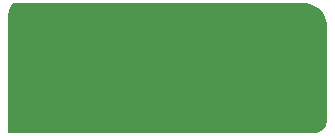
<source format=gbr>
%TF.GenerationSoftware,Altium Limited,Altium Designer,25.0.2 (28)*%
G04 Layer_Physical_Order=2*
G04 Layer_Color=65280*
%FSLAX45Y45*%
%MOMM*%
%TF.SameCoordinates,E57AED57-440D-4D4F-8B67-6D4582B64FA8*%
%TF.FilePolarity,Positive*%
%TF.FileFunction,Copper,L2,Bot,Signal*%
%TF.Part,Single*%
G01*
G75*
%TA.AperFunction,ViaPad*%
%ADD18C,0.50000*%
%ADD19C,0.40000*%
%ADD20C,0.71120*%
G36*
X2608338Y1192314D02*
X2644735Y1177237D01*
X2677492Y1155350D01*
X2705350Y1127492D01*
X2727238Y1094735D01*
X2742314Y1058337D01*
X2750000Y1019698D01*
Y1000000D01*
Y200000D01*
Y190150D01*
X2746157Y170831D01*
X2738619Y152632D01*
X2727675Y136253D01*
X2713746Y122325D01*
X2697368Y111381D01*
X2679169Y103843D01*
X2659849Y100000D01*
X50000D01*
Y1079289D01*
Y1096103D01*
X56560Y1129084D01*
X69429Y1160151D01*
X88111Y1188111D01*
X100000Y1200000D01*
Y1200000D01*
X2569698D01*
X2608338Y1192314D01*
D02*
G37*
D18*
X1850000Y357500D02*
D03*
X2500000Y675000D02*
D03*
X1100000Y400000D02*
D03*
D19*
X850000Y575000D02*
D03*
D20*
X1250000Y605000D02*
D03*
%TF.MD5,27ee9c6da48a997c104828a2d5ca16d9*%
M02*

</source>
